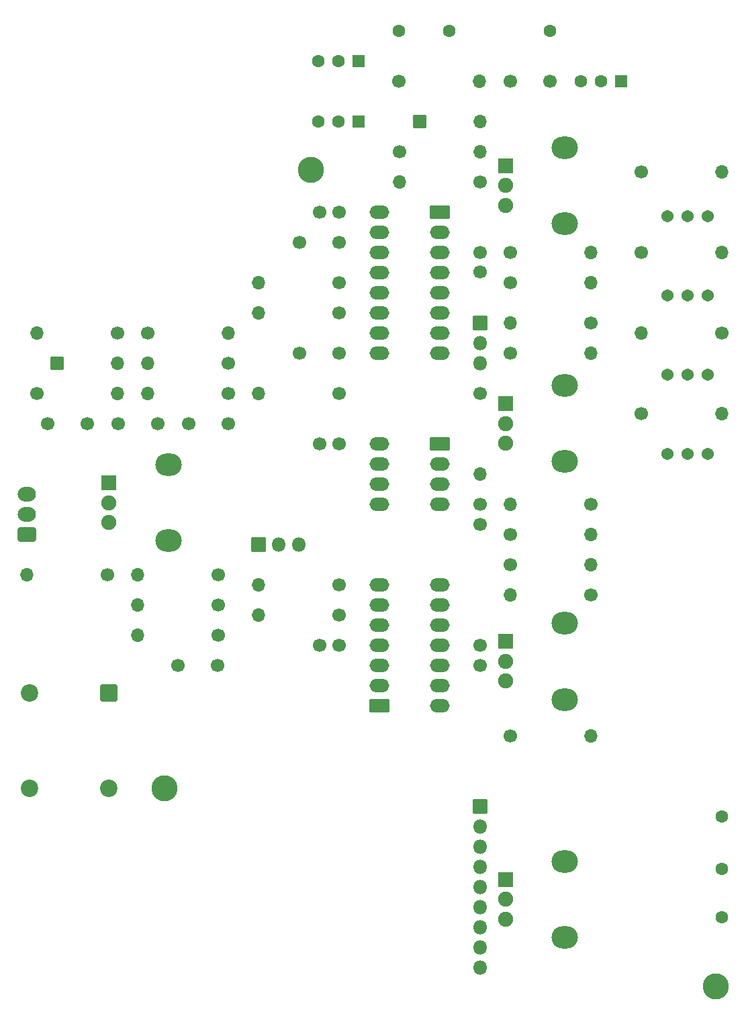
<source format=gts>
G04 #@! TF.GenerationSoftware,KiCad,Pcbnew,6.0.5-a6ca702e91~116~ubuntu20.04.1*
G04 #@! TF.CreationDate,2022-06-19T13:49:35-04:00*
G04 #@! TF.ProjectId,herovco_front,6865726f-7663-46f5-9f66-726f6e742e6b,rev?*
G04 #@! TF.SameCoordinates,Original*
G04 #@! TF.FileFunction,Soldermask,Top*
G04 #@! TF.FilePolarity,Negative*
%FSLAX46Y46*%
G04 Gerber Fmt 4.6, Leading zero omitted, Abs format (unit mm)*
G04 Created by KiCad (PCBNEW 6.0.5-a6ca702e91~116~ubuntu20.04.1) date 2022-06-19 13:49:35*
%MOMM*%
%LPD*%
G01*
G04 APERTURE LIST*
G04 Aperture macros list*
%AMRoundRect*
0 Rectangle with rounded corners*
0 $1 Rounding radius*
0 $2 $3 $4 $5 $6 $7 $8 $9 X,Y pos of 4 corners*
0 Add a 4 corners polygon primitive as box body*
4,1,4,$2,$3,$4,$5,$6,$7,$8,$9,$2,$3,0*
0 Add four circle primitives for the rounded corners*
1,1,$1+$1,$2,$3*
1,1,$1+$1,$4,$5*
1,1,$1+$1,$6,$7*
1,1,$1+$1,$8,$9*
0 Add four rect primitives between the rounded corners*
20,1,$1+$1,$2,$3,$4,$5,0*
20,1,$1+$1,$4,$5,$6,$7,0*
20,1,$1+$1,$6,$7,$8,$9,0*
20,1,$1+$1,$8,$9,$2,$3,0*%
G04 Aperture macros list end*
%ADD10C,1.540000*%
%ADD11C,2.200000*%
%ADD12C,1.700000*%
%ADD13O,1.700000X1.700000*%
%ADD14O,3.340000X2.820000*%
%ADD15RoundRect,0.050000X0.900000X-0.900000X0.900000X0.900000X-0.900000X0.900000X-0.900000X-0.900000X0*%
%ADD16C,1.900000*%
%ADD17C,1.600000*%
%ADD18C,3.300000*%
%ADD19RoundRect,0.300001X-0.799999X-0.799999X0.799999X-0.799999X0.799999X0.799999X-0.799999X0.799999X0*%
%ADD20RoundRect,0.050000X-0.800000X-0.800000X0.800000X-0.800000X0.800000X0.800000X-0.800000X0.800000X0*%
%ADD21RoundRect,0.050000X-0.850000X0.850000X-0.850000X-0.850000X0.850000X-0.850000X0.850000X0.850000X0*%
%ADD22O,1.800000X1.800000*%
%ADD23RoundRect,0.050000X1.200000X0.800000X-1.200000X0.800000X-1.200000X-0.800000X1.200000X-0.800000X0*%
%ADD24O,2.500000X1.700000*%
%ADD25RoundRect,0.050000X0.850000X0.850000X-0.850000X0.850000X-0.850000X-0.850000X0.850000X-0.850000X0*%
%ADD26RoundRect,0.050000X0.750000X-0.750000X0.750000X0.750000X-0.750000X0.750000X-0.750000X-0.750000X0*%
%ADD27RoundRect,0.050000X-1.200000X-0.800000X1.200000X-0.800000X1.200000X0.800000X-1.200000X0.800000X0*%
%ADD28RoundRect,0.300000X0.850000X-0.620000X0.850000X0.620000X-0.850000X0.620000X-0.850000X-0.620000X0*%
%ADD29O,2.300000X1.840000*%
G04 APERTURE END LIST*
D10*
G04 #@! TO.C,RV6*
X191840000Y-61350000D03*
X189300000Y-61350000D03*
X186760000Y-61350000D03*
G04 #@! TD*
D11*
G04 #@! TO.C,J8*
X106300000Y-121500000D03*
G04 #@! TD*
D12*
G04 #@! TO.C,R19*
X183430000Y-86240000D03*
D13*
X193590000Y-86240000D03*
G04 #@! TD*
D12*
G04 #@! TO.C,R2*
X183430000Y-65920000D03*
D13*
X193590000Y-65920000D03*
G04 #@! TD*
D14*
G04 #@! TO.C,RV1*
X123800000Y-102300000D03*
X123800000Y-92700000D03*
D15*
X116300000Y-95000000D03*
D16*
X116300000Y-97500000D03*
X116300000Y-100000000D03*
G04 #@! TD*
D17*
G04 #@! TO.C,TP3*
X193590000Y-149740000D03*
G04 #@! TD*
D14*
G04 #@! TO.C,RV7*
X173800000Y-62300000D03*
X173800000Y-52700000D03*
D15*
X166300000Y-55000000D03*
D16*
X166300000Y-57500000D03*
X166300000Y-60000000D03*
G04 #@! TD*
D11*
G04 #@! TO.C,J7*
X106300000Y-133500000D03*
G04 #@! TD*
D10*
G04 #@! TO.C,RV9*
X191840000Y-81350000D03*
X189300000Y-81350000D03*
X186760000Y-81350000D03*
G04 #@! TD*
D18*
G04 #@! TO.C,H2*
X141800000Y-55500000D03*
G04 #@! TD*
D17*
G04 #@! TO.C,TP1*
X193590000Y-137040000D03*
G04 #@! TD*
D12*
G04 #@! TO.C,R20*
X183430000Y-55760000D03*
D13*
X193590000Y-55760000D03*
G04 #@! TD*
D14*
G04 #@! TO.C,RV8*
X173800000Y-82700000D03*
X173800000Y-92300000D03*
D15*
X166300000Y-85000000D03*
D16*
X166300000Y-87500000D03*
X166300000Y-90000000D03*
G04 #@! TD*
D12*
G04 #@! TO.C,R30*
X193590000Y-76080000D03*
D13*
X183430000Y-76080000D03*
G04 #@! TD*
D10*
G04 #@! TO.C,RV5*
X191840000Y-91350000D03*
X189300000Y-91350000D03*
X186760000Y-91350000D03*
G04 #@! TD*
D11*
G04 #@! TO.C,J6*
X116300000Y-133500000D03*
G04 #@! TD*
D17*
G04 #@! TO.C,TP6*
X171920000Y-37980000D03*
G04 #@! TD*
D18*
G04 #@! TO.C,H3*
X192800000Y-158500000D03*
G04 #@! TD*
D17*
G04 #@! TO.C,TP4*
X152870000Y-37980000D03*
G04 #@! TD*
G04 #@! TO.C,TP2*
X159220000Y-37980000D03*
G04 #@! TD*
D14*
G04 #@! TO.C,RV3*
X173800000Y-122300000D03*
X173800000Y-112700000D03*
D15*
X166300000Y-115000000D03*
D16*
X166300000Y-117500000D03*
X166300000Y-120000000D03*
G04 #@! TD*
D18*
G04 #@! TO.C,H1*
X123300000Y-133500000D03*
G04 #@! TD*
D10*
G04 #@! TO.C,RV2*
X191840000Y-71350000D03*
X189300000Y-71350000D03*
X186760000Y-71350000D03*
G04 #@! TD*
D19*
G04 #@! TO.C,J5*
X116300000Y-121500000D03*
G04 #@! TD*
D17*
G04 #@! TO.C,TP5*
X193590000Y-143630000D03*
G04 #@! TD*
D14*
G04 #@! TO.C,RV4*
X173800000Y-152300000D03*
X173800000Y-142700000D03*
D15*
X166300000Y-145000000D03*
D16*
X166300000Y-147500000D03*
X166300000Y-150000000D03*
G04 #@! TD*
D12*
G04 #@! TO.C,C4*
X145330000Y-115450000D03*
X142830000Y-115450000D03*
G04 #@! TD*
G04 #@! TO.C,C2*
X145330000Y-90050000D03*
X142830000Y-90050000D03*
G04 #@! TD*
G04 #@! TO.C,R28*
X163110000Y-83700000D03*
D13*
X163110000Y-93860000D03*
G04 #@! TD*
D12*
G04 #@! TO.C,R31*
X166920000Y-101480000D03*
D13*
X177080000Y-101480000D03*
G04 #@! TD*
D12*
G04 #@! TO.C,R18*
X131360000Y-83700000D03*
D13*
X121200000Y-83700000D03*
G04 #@! TD*
D12*
G04 #@! TO.C,R27*
X177080000Y-97670000D03*
D13*
X166920000Y-97670000D03*
G04 #@! TD*
D20*
G04 #@! TO.C,D2*
X155490000Y-49410000D03*
D13*
X163110000Y-49410000D03*
G04 #@! TD*
D12*
G04 #@! TO.C,C13*
X166880000Y-44330000D03*
X171880000Y-44330000D03*
G04 #@! TD*
G04 #@! TO.C,R26*
X166920000Y-78620000D03*
D13*
X177080000Y-78620000D03*
G04 #@! TD*
D21*
G04 #@! TO.C,J3*
X135185000Y-102750000D03*
D22*
X137725000Y-102750000D03*
X140265000Y-102750000D03*
G04 #@! TD*
D12*
G04 #@! TO.C,R24*
X152870000Y-44330000D03*
D13*
X163030000Y-44330000D03*
G04 #@! TD*
D23*
G04 #@! TO.C,U3*
X158020000Y-60830000D03*
D24*
X158020000Y-63370000D03*
X158020000Y-65910000D03*
X158020000Y-68450000D03*
X158020000Y-70990000D03*
X158020000Y-73530000D03*
X158020000Y-76070000D03*
X158020000Y-78610000D03*
X150400000Y-78610000D03*
X150400000Y-76070000D03*
X150400000Y-73530000D03*
X150400000Y-70990000D03*
X150400000Y-68450000D03*
X150400000Y-65910000D03*
X150400000Y-63370000D03*
X150400000Y-60830000D03*
G04 #@! TD*
D12*
G04 #@! TO.C,C5*
X163110000Y-117990000D03*
X163110000Y-115490000D03*
G04 #@! TD*
G04 #@! TO.C,R16*
X117390000Y-76080000D03*
D13*
X107230000Y-76080000D03*
G04 #@! TD*
D25*
G04 #@! TO.C,J1*
X163110000Y-135770000D03*
D22*
X163110000Y-138310000D03*
X163110000Y-140850000D03*
X163110000Y-143390000D03*
X163110000Y-145930000D03*
X163110000Y-148470000D03*
X163110000Y-151010000D03*
X163110000Y-153550000D03*
X163110000Y-156090000D03*
G04 #@! TD*
D12*
G04 #@! TO.C,C9*
X140330000Y-78620000D03*
X145330000Y-78620000D03*
G04 #@! TD*
G04 #@! TO.C,R7*
X116120000Y-106560000D03*
D13*
X105960000Y-106560000D03*
G04 #@! TD*
D26*
G04 #@! TO.C,U6*
X180850000Y-44330000D03*
D17*
X178310000Y-44330000D03*
X175770000Y-44330000D03*
G04 #@! TD*
D27*
G04 #@! TO.C,U1*
X150420000Y-123070000D03*
D24*
X150420000Y-120530000D03*
X150420000Y-117990000D03*
X150420000Y-115450000D03*
X150420000Y-112910000D03*
X150420000Y-110370000D03*
X150420000Y-107830000D03*
X158040000Y-107830000D03*
X158040000Y-110370000D03*
X158040000Y-112910000D03*
X158040000Y-115450000D03*
X158040000Y-117990000D03*
X158040000Y-120530000D03*
X158040000Y-123070000D03*
G04 #@! TD*
D12*
G04 #@! TO.C,R22*
X107230000Y-83700000D03*
D13*
X117390000Y-83700000D03*
G04 #@! TD*
D12*
G04 #@! TO.C,C8*
X140290000Y-64650000D03*
X145290000Y-64650000D03*
G04 #@! TD*
G04 #@! TO.C,C12*
X113580000Y-87510000D03*
X108580000Y-87510000D03*
G04 #@! TD*
D28*
G04 #@! TO.C,J4*
X105960000Y-101480000D03*
D29*
X105960000Y-98940000D03*
X105960000Y-96400000D03*
G04 #@! TD*
D12*
G04 #@! TO.C,R14*
X121200000Y-76080000D03*
D13*
X131360000Y-76080000D03*
G04 #@! TD*
D25*
G04 #@! TO.C,J2*
X163110000Y-74810000D03*
D22*
X163110000Y-77350000D03*
X163110000Y-79890000D03*
G04 #@! TD*
D12*
G04 #@! TO.C,C1*
X163110000Y-65920000D03*
X163110000Y-68420000D03*
G04 #@! TD*
D23*
G04 #@! TO.C,U2*
X158020000Y-90050000D03*
D24*
X158020000Y-92590000D03*
X158020000Y-95130000D03*
X158020000Y-97670000D03*
X150400000Y-97670000D03*
X150400000Y-95130000D03*
X150400000Y-92590000D03*
X150400000Y-90050000D03*
G04 #@! TD*
D12*
G04 #@! TO.C,C11*
X122470000Y-87510000D03*
X117470000Y-87510000D03*
G04 #@! TD*
G04 #@! TO.C,C6*
X145330000Y-60840000D03*
X142830000Y-60840000D03*
G04 #@! TD*
G04 #@! TO.C,R13*
X145330000Y-73540000D03*
D13*
X135170000Y-73540000D03*
G04 #@! TD*
D12*
G04 #@! TO.C,R6*
X130090000Y-110370000D03*
D13*
X119930000Y-110370000D03*
G04 #@! TD*
D12*
G04 #@! TO.C,R4*
X130090000Y-106560000D03*
D13*
X119930000Y-106560000D03*
G04 #@! TD*
D12*
G04 #@! TO.C,C10*
X126320000Y-87510000D03*
X131320000Y-87510000D03*
G04 #@! TD*
G04 #@! TO.C,R23*
X152950000Y-53220000D03*
D13*
X163110000Y-53220000D03*
G04 #@! TD*
D12*
G04 #@! TO.C,R29*
X177080000Y-74810000D03*
D13*
X166920000Y-74810000D03*
G04 #@! TD*
D12*
G04 #@! TO.C,R11*
X145330000Y-69730000D03*
D13*
X135170000Y-69730000D03*
G04 #@! TD*
D26*
G04 #@! TO.C,U4*
X147790000Y-49410000D03*
D17*
X145250000Y-49410000D03*
X142710000Y-49410000D03*
G04 #@! TD*
D12*
G04 #@! TO.C,R3*
X163110000Y-57030000D03*
D13*
X152950000Y-57030000D03*
G04 #@! TD*
D12*
G04 #@! TO.C,R17*
X145330000Y-83700000D03*
D13*
X135170000Y-83700000D03*
G04 #@! TD*
D12*
G04 #@! TO.C,R12*
X166920000Y-105290000D03*
D13*
X177080000Y-105290000D03*
G04 #@! TD*
D12*
G04 #@! TO.C,R10*
X145330000Y-111640000D03*
D13*
X135170000Y-111640000D03*
G04 #@! TD*
D12*
G04 #@! TO.C,R25*
X166920000Y-65920000D03*
D13*
X177080000Y-65920000D03*
G04 #@! TD*
D12*
G04 #@! TO.C,R15*
X131360000Y-79890000D03*
D13*
X121200000Y-79890000D03*
G04 #@! TD*
D12*
G04 #@! TO.C,R1*
X166920000Y-69730000D03*
D13*
X177080000Y-69730000D03*
G04 #@! TD*
D12*
G04 #@! TO.C,R9*
X177080000Y-109100000D03*
D13*
X166920000Y-109100000D03*
G04 #@! TD*
D12*
G04 #@! TO.C,R21*
X145330000Y-107830000D03*
D13*
X135170000Y-107830000D03*
G04 #@! TD*
D12*
G04 #@! TO.C,R8*
X166920000Y-126880000D03*
D13*
X177080000Y-126880000D03*
G04 #@! TD*
D12*
G04 #@! TO.C,C3*
X163110000Y-100210000D03*
X163110000Y-97710000D03*
G04 #@! TD*
D26*
G04 #@! TO.C,U5*
X147790000Y-41790000D03*
D17*
X145250000Y-41790000D03*
X142710000Y-41790000D03*
G04 #@! TD*
D12*
G04 #@! TO.C,R5*
X130090000Y-114180000D03*
D13*
X119930000Y-114180000D03*
G04 #@! TD*
D12*
G04 #@! TO.C,C7*
X125010000Y-117990000D03*
X130010000Y-117990000D03*
G04 #@! TD*
D20*
G04 #@! TO.C,D1*
X109770000Y-79890000D03*
D13*
X117390000Y-79890000D03*
G04 #@! TD*
M02*

</source>
